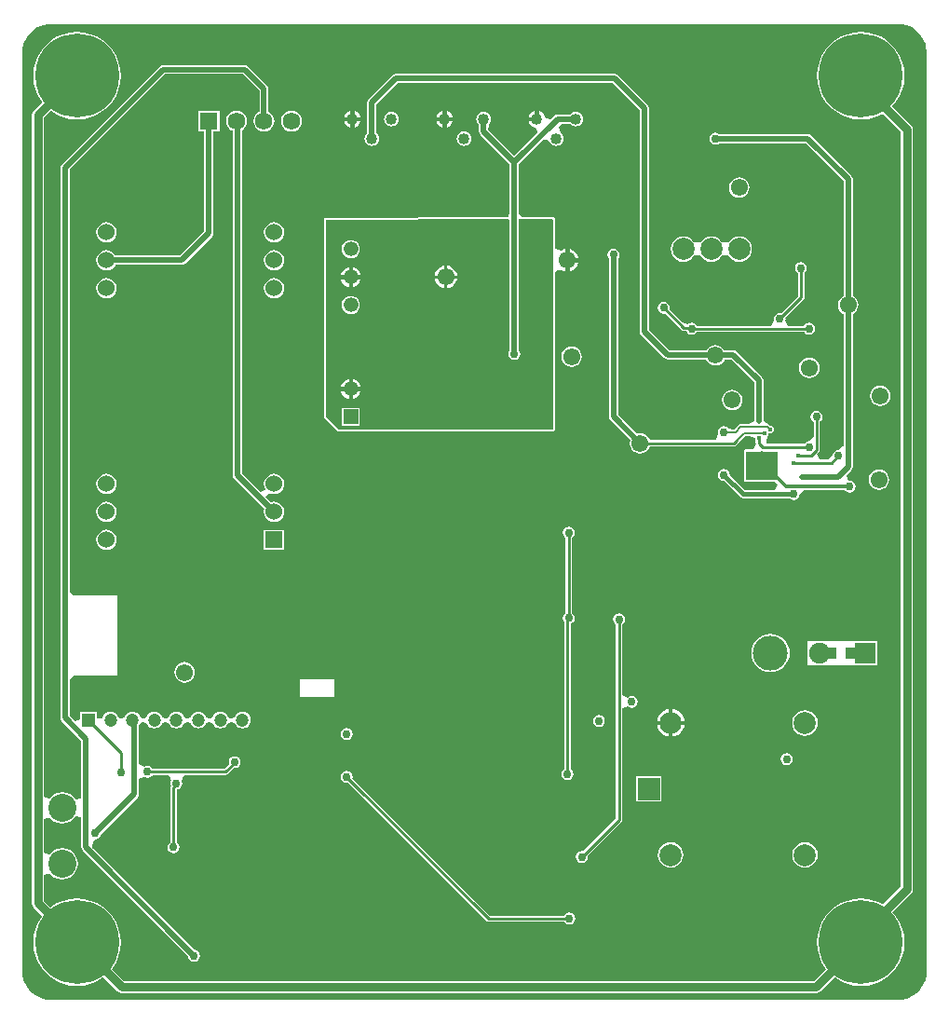
<source format=gbl>
G04*
G04 #@! TF.GenerationSoftware,Altium Limited,Altium Designer,20.0.11 (256)*
G04*
G04 Layer_Physical_Order=2*
G04 Layer_Color=16711680*
%FSLAX25Y25*%
%MOIN*%
G70*
G01*
G75*
%ADD13C,0.01000*%
%ADD17C,0.00800*%
%ADD106C,0.04724*%
%ADD107R,0.04724X0.04724*%
%ADD110C,0.07874*%
%ADD111R,0.07874X0.07874*%
%ADD115C,0.02000*%
%ADD116C,0.01200*%
%ADD117C,0.01500*%
%ADD119C,0.03000*%
%ADD125C,0.05228*%
%ADD126R,0.05228X0.05228*%
%ADD127R,0.06260X0.06260*%
%ADD128C,0.06260*%
%ADD129C,0.10000*%
%ADD130R,0.07500X0.07500*%
%ADD131C,0.07500*%
%ADD132C,0.12500*%
%ADD133C,0.06000*%
%ADD134R,0.06000X0.06000*%
%ADD135C,0.04000*%
%ADD136C,0.30000*%
%ADD137C,0.06102*%
%ADD138C,0.03000*%
%ADD139C,0.01968*%
%ADD140C,0.01600*%
%ADD141R,0.02000X0.02000*%
%ADD142R,0.11458X0.10335*%
%ADD143R,0.03500X0.04100*%
%ADD144R,0.04300X0.04100*%
G36*
X313500Y349000D02*
X314485Y349000D01*
X316417Y348616D01*
X318237Y347862D01*
X319875Y346767D01*
X321268Y345375D01*
X322362Y343737D01*
X323116Y341917D01*
X323330Y340840D01*
X323500Y339000D01*
Y339000D01*
X323500D01*
X323500Y339000D01*
X323500Y10000D01*
Y9015D01*
X323116Y7083D01*
X322362Y5263D01*
X321268Y3625D01*
X319875Y2232D01*
X318237Y1138D01*
X316417Y384D01*
X314485Y0D01*
X313500D01*
Y0D01*
X10000D01*
X9015Y-0D01*
X7083Y384D01*
X5263Y1138D01*
X3625Y2232D01*
X2232Y3625D01*
X1138Y5263D01*
X384Y7083D01*
X-0Y9015D01*
X0Y10000D01*
Y339000D01*
X-0Y339985D01*
X384Y341917D01*
X1138Y343737D01*
X2232Y345375D01*
X3625Y346767D01*
X5263Y347862D01*
X7083Y348616D01*
X9015Y349000D01*
X10000Y349000D01*
X10000Y349000D01*
X313500Y349000D01*
D02*
G37*
%LPC*%
G36*
X183250Y317927D02*
X183217Y317923D01*
X182487Y317620D01*
X181860Y317140D01*
X181379Y316513D01*
X181077Y315783D01*
X181073Y315750D01*
X183250D01*
Y317927D01*
D02*
G37*
G36*
X151750D02*
Y315750D01*
X153927D01*
X153923Y315783D01*
X153621Y316513D01*
X153140Y317140D01*
X152513Y317620D01*
X151783Y317923D01*
X151750Y317927D01*
D02*
G37*
G36*
X150250D02*
X150217Y317923D01*
X149487Y317620D01*
X148860Y317140D01*
X148380Y316513D01*
X148077Y315783D01*
X148073Y315750D01*
X150250D01*
Y317927D01*
D02*
G37*
G36*
X118750D02*
Y315750D01*
X120927D01*
X120923Y315783D01*
X120621Y316513D01*
X120140Y317140D01*
X119513Y317620D01*
X118783Y317923D01*
X118750Y317927D01*
D02*
G37*
G36*
X117250D02*
X117217Y317923D01*
X116487Y317620D01*
X115860Y317140D01*
X115380Y316513D01*
X115077Y315783D01*
X115073Y315750D01*
X117250D01*
Y317927D01*
D02*
G37*
G36*
X132000Y317622D02*
X131321Y317533D01*
X130689Y317271D01*
X130146Y316854D01*
X129729Y316311D01*
X129467Y315679D01*
X129378Y315000D01*
X129467Y314321D01*
X129729Y313689D01*
X130146Y313146D01*
X130689Y312729D01*
X131321Y312467D01*
X132000Y312378D01*
X132679Y312467D01*
X133311Y312729D01*
X133854Y313146D01*
X134271Y313689D01*
X134533Y314321D01*
X134622Y315000D01*
X134533Y315679D01*
X134271Y316311D01*
X133854Y316854D01*
X133311Y317271D01*
X132679Y317533D01*
X132000Y317622D01*
D02*
G37*
G36*
X153927Y314250D02*
X151750D01*
Y312073D01*
X151783Y312077D01*
X152513Y312380D01*
X153140Y312860D01*
X153621Y313487D01*
X153923Y314217D01*
X153927Y314250D01*
D02*
G37*
G36*
X150250D02*
X148073D01*
X148077Y314217D01*
X148380Y313487D01*
X148860Y312860D01*
X149487Y312380D01*
X150217Y312077D01*
X150250Y312073D01*
Y314250D01*
D02*
G37*
G36*
X120927D02*
X118750D01*
Y312073D01*
X118783Y312077D01*
X119513Y312380D01*
X120140Y312860D01*
X120621Y313487D01*
X120923Y314217D01*
X120927Y314250D01*
D02*
G37*
G36*
X117250D02*
X115073D01*
X115077Y314217D01*
X115380Y313487D01*
X115860Y312860D01*
X116487Y312380D01*
X117217Y312077D01*
X117250Y312073D01*
Y314250D01*
D02*
G37*
G36*
X96231Y318093D02*
X95257Y317964D01*
X94349Y317589D01*
X93570Y316991D01*
X92972Y316212D01*
X92597Y315304D01*
X92468Y314331D01*
X92597Y313357D01*
X92972Y312449D01*
X93570Y311670D01*
X94349Y311072D01*
X95257Y310697D01*
X96231Y310568D01*
X97204Y310697D01*
X98111Y311072D01*
X98891Y311670D01*
X99489Y312449D01*
X99864Y313357D01*
X99993Y314331D01*
X99864Y315304D01*
X99489Y316212D01*
X98891Y316991D01*
X98111Y317589D01*
X97204Y317964D01*
X96231Y318093D01*
D02*
G37*
G36*
X300000Y346148D02*
X297552Y345956D01*
X295164Y345382D01*
X292896Y344443D01*
X290802Y343160D01*
X288935Y341565D01*
X287340Y339698D01*
X286057Y337604D01*
X285118Y335336D01*
X284544Y332948D01*
X284352Y330500D01*
X284544Y328052D01*
X285118Y325664D01*
X286057Y323396D01*
X287340Y321302D01*
X288935Y319435D01*
X290802Y317840D01*
X292896Y316557D01*
X295164Y315618D01*
X297552Y315044D01*
X300000Y314852D01*
X302448Y315044D01*
X304836Y315618D01*
X307104Y316557D01*
X307869Y317026D01*
X314359Y310536D01*
Y40464D01*
X307869Y33974D01*
X307104Y34443D01*
X304836Y35382D01*
X302448Y35956D01*
X300000Y36148D01*
X297552Y35956D01*
X295164Y35382D01*
X292896Y34443D01*
X290802Y33160D01*
X288935Y31565D01*
X287340Y29698D01*
X286057Y27604D01*
X285118Y25336D01*
X284544Y22948D01*
X284352Y20500D01*
X284544Y18052D01*
X285118Y15664D01*
X286057Y13396D01*
X287340Y11302D01*
X287540Y11068D01*
X283113Y6641D01*
X36387D01*
X31960Y11068D01*
X32160Y11302D01*
X33443Y13396D01*
X34382Y15664D01*
X34956Y18052D01*
X35148Y20500D01*
X34956Y22948D01*
X34382Y25336D01*
X33443Y27604D01*
X32160Y29698D01*
X30565Y31565D01*
X28698Y33160D01*
X26604Y34443D01*
X24336Y35382D01*
X21948Y35956D01*
X19500Y36148D01*
X17052Y35956D01*
X14664Y35382D01*
X12396Y34443D01*
X10302Y33160D01*
X10068Y32960D01*
X7641Y35387D01*
Y44533D01*
X9641Y45212D01*
X10106Y44606D01*
X11276Y43708D01*
X12638Y43144D01*
X14100Y42952D01*
X15562Y43144D01*
X16924Y43708D01*
X18094Y44606D01*
X18992Y45776D01*
X19556Y47138D01*
X19748Y48600D01*
X19556Y50062D01*
X18992Y51424D01*
X18094Y52594D01*
X16924Y53492D01*
X15562Y54056D01*
X14100Y54248D01*
X12638Y54056D01*
X11276Y53492D01*
X10106Y52594D01*
X9641Y51988D01*
X7641Y52667D01*
Y64533D01*
X9641Y65212D01*
X10106Y64606D01*
X11276Y63708D01*
X12638Y63144D01*
X14100Y62952D01*
X15562Y63144D01*
X16924Y63708D01*
X18094Y64606D01*
X18969Y65746D01*
X19065Y65759D01*
X20969Y65323D01*
Y54500D01*
X21093Y53876D01*
X21447Y53347D01*
X59270Y15523D01*
X59392Y14910D01*
X59856Y14216D01*
X60551Y13752D01*
X61370Y13589D01*
X62190Y13752D01*
X62884Y14216D01*
X63348Y14910D01*
X63511Y15730D01*
X63348Y16549D01*
X62884Y17244D01*
X62190Y17708D01*
X61577Y17830D01*
X25074Y54333D01*
X25253Y56753D01*
X26028Y57359D01*
X26847Y57522D01*
X27542Y57986D01*
X28006Y58681D01*
X28128Y59293D01*
X41153Y72319D01*
X41507Y72848D01*
X41631Y73472D01*
Y78819D01*
X42145Y79198D01*
X43631Y79705D01*
X43905Y79522D01*
X44724Y79359D01*
X45544Y79522D01*
X46238Y79986D01*
X46501Y80378D01*
X52316D01*
X52580Y80052D01*
X53202Y78378D01*
X53069Y78179D01*
X52906Y77360D01*
X53069Y76540D01*
X53129Y76451D01*
X52964Y76203D01*
X52878Y75774D01*
X52878Y75774D01*
Y56272D01*
X52486Y56010D01*
X52022Y55315D01*
X51859Y54496D01*
X52022Y53677D01*
X52486Y52982D01*
X53181Y52518D01*
X54000Y52355D01*
X54819Y52518D01*
X55514Y52982D01*
X55978Y53677D01*
X56141Y54496D01*
X55978Y55315D01*
X55514Y56010D01*
X55122Y56272D01*
Y75234D01*
X55867Y75382D01*
X56561Y75846D01*
X57025Y76540D01*
X57188Y77360D01*
X57025Y78179D01*
X56892Y78378D01*
X57514Y80052D01*
X57778Y80378D01*
X72660D01*
X72660Y80378D01*
X73089Y80464D01*
X73453Y80707D01*
X75597Y82851D01*
X75910Y82789D01*
X76729Y82952D01*
X77424Y83416D01*
X77888Y84111D01*
X78051Y84930D01*
X77888Y85750D01*
X77424Y86444D01*
X76729Y86909D01*
X75910Y87072D01*
X75090Y86909D01*
X74396Y86444D01*
X73932Y85750D01*
X73769Y84930D01*
X73891Y84317D01*
X72195Y82622D01*
X46501D01*
X46238Y83014D01*
X45544Y83478D01*
X44724Y83641D01*
X43905Y83478D01*
X43631Y83295D01*
X42145Y83802D01*
X41631Y84181D01*
Y85000D01*
Y97930D01*
X42733Y99177D01*
X43236Y99283D01*
X44362Y99046D01*
X44586Y98506D01*
X45061Y97887D01*
X45679Y97413D01*
X46400Y97114D01*
X47173Y97012D01*
X47947Y97114D01*
X48667Y97413D01*
X49286Y97887D01*
X49761Y98506D01*
X49984Y99046D01*
X51110Y99283D01*
X52236Y99046D01*
X52460Y98506D01*
X52935Y97887D01*
X53553Y97413D01*
X54274Y97114D01*
X55047Y97012D01*
X55821Y97114D01*
X56541Y97413D01*
X57160Y97887D01*
X57635Y98506D01*
X57859Y99046D01*
X58984Y99283D01*
X60110Y99046D01*
X60334Y98506D01*
X60809Y97887D01*
X61427Y97413D01*
X62148Y97114D01*
X62921Y97012D01*
X63695Y97114D01*
X64415Y97413D01*
X65034Y97887D01*
X65509Y98506D01*
X65733Y99046D01*
X66858Y99283D01*
X67984Y99046D01*
X68208Y98506D01*
X68683Y97887D01*
X69301Y97413D01*
X70022Y97114D01*
X70795Y97012D01*
X71569Y97114D01*
X72289Y97413D01*
X72908Y97887D01*
X73383Y98506D01*
X73606Y99046D01*
X74732Y99283D01*
X75858Y99046D01*
X76082Y98506D01*
X76557Y97887D01*
X77175Y97413D01*
X77896Y97114D01*
X78669Y97012D01*
X79443Y97114D01*
X80163Y97413D01*
X80782Y97887D01*
X81257Y98506D01*
X81555Y99227D01*
X81657Y100000D01*
X81555Y100773D01*
X81257Y101494D01*
X80782Y102113D01*
X80163Y102587D01*
X79443Y102886D01*
X78669Y102988D01*
X77896Y102886D01*
X77175Y102587D01*
X76557Y102113D01*
X76082Y101494D01*
X75858Y100954D01*
X74732Y100717D01*
X73606Y100954D01*
X73383Y101494D01*
X72908Y102113D01*
X72289Y102587D01*
X71569Y102886D01*
X70795Y102988D01*
X70022Y102886D01*
X69301Y102587D01*
X68683Y102113D01*
X68208Y101494D01*
X67984Y100954D01*
X66858Y100717D01*
X65733Y100954D01*
X65509Y101494D01*
X65034Y102113D01*
X64415Y102587D01*
X63695Y102886D01*
X62921Y102988D01*
X62148Y102886D01*
X61427Y102587D01*
X60809Y102113D01*
X60334Y101494D01*
X60110Y100954D01*
X58984Y100717D01*
X57859Y100954D01*
X57635Y101494D01*
X57160Y102113D01*
X56541Y102587D01*
X55821Y102886D01*
X55047Y102988D01*
X54274Y102886D01*
X53553Y102587D01*
X52935Y102113D01*
X52460Y101494D01*
X52236Y100954D01*
X51110Y100717D01*
X49984Y100954D01*
X49761Y101494D01*
X49286Y102113D01*
X48667Y102587D01*
X47947Y102886D01*
X47173Y102988D01*
X46400Y102886D01*
X45679Y102587D01*
X45061Y102113D01*
X44586Y101494D01*
X44362Y100954D01*
X43236Y100717D01*
X42110Y100954D01*
X41887Y101494D01*
X41412Y102113D01*
X40793Y102587D01*
X40073Y102886D01*
X39299Y102988D01*
X38526Y102886D01*
X37805Y102587D01*
X37187Y102113D01*
X36712Y101494D01*
X36488Y100954D01*
X35362Y100717D01*
X34236Y100954D01*
X34013Y101494D01*
X33538Y102113D01*
X32919Y102587D01*
X32199Y102886D01*
X31425Y102988D01*
X30652Y102886D01*
X29931Y102587D01*
X29313Y102113D01*
X28838Y101494D01*
X28539Y100773D01*
X28513Y100577D01*
X26513Y100708D01*
Y102962D01*
X20589D01*
Y100330D01*
X18741Y99564D01*
X16831Y101474D01*
Y114607D01*
X18254Y116000D01*
X18831Y116000D01*
X34000D01*
Y144500D01*
X18831D01*
X18254Y144500D01*
X16831Y145893D01*
Y296924D01*
X51016Y331109D01*
X78824D01*
X84757Y325177D01*
Y317692D01*
X84507Y317589D01*
X83728Y316991D01*
X83130Y316212D01*
X82754Y315304D01*
X82626Y314331D01*
X82754Y313357D01*
X83130Y312449D01*
X83728Y311670D01*
X84507Y311072D01*
X85414Y310697D01*
X86388Y310568D01*
X87362Y310697D01*
X88269Y311072D01*
X89048Y311670D01*
X89646Y312449D01*
X90022Y313357D01*
X90150Y314331D01*
X90022Y315304D01*
X89646Y316212D01*
X89048Y316991D01*
X88269Y317589D01*
X88019Y317692D01*
Y325852D01*
X87895Y326477D01*
X87542Y327006D01*
X80654Y333894D01*
X80124Y334247D01*
X79500Y334371D01*
X50340D01*
X49716Y334247D01*
X49187Y333894D01*
X14047Y298753D01*
X13693Y298224D01*
X13569Y297600D01*
Y100798D01*
X13693Y100174D01*
X14047Y99645D01*
X20969Y92723D01*
Y71877D01*
X19065Y71441D01*
X18969Y71454D01*
X18094Y72594D01*
X16924Y73492D01*
X15562Y74056D01*
X14100Y74248D01*
X12638Y74056D01*
X11276Y73492D01*
X10106Y72594D01*
X9641Y71988D01*
X7641Y72667D01*
Y315613D01*
X10068Y318040D01*
X10302Y317840D01*
X12396Y316557D01*
X14664Y315618D01*
X17052Y315044D01*
X19500Y314852D01*
X21948Y315044D01*
X24336Y315618D01*
X26604Y316557D01*
X28698Y317840D01*
X30565Y319435D01*
X32160Y321302D01*
X33443Y323396D01*
X34382Y325664D01*
X34956Y328052D01*
X35148Y330500D01*
X34956Y332948D01*
X34382Y335336D01*
X33443Y337604D01*
X32160Y339698D01*
X30565Y341565D01*
X28698Y343160D01*
X26604Y344443D01*
X24336Y345382D01*
X21948Y345956D01*
X19500Y346148D01*
X17052Y345956D01*
X14664Y345382D01*
X12396Y344443D01*
X10302Y343160D01*
X8435Y341565D01*
X6840Y339698D01*
X5557Y337604D01*
X4618Y335336D01*
X4044Y332948D01*
X3852Y330500D01*
X4044Y328052D01*
X4618Y325664D01*
X5557Y323396D01*
X6840Y321302D01*
X7040Y321068D01*
X3986Y318014D01*
X3522Y317319D01*
X3359Y316500D01*
Y34500D01*
X3522Y33681D01*
X3986Y32986D01*
X7040Y29932D01*
X6840Y29698D01*
X5557Y27604D01*
X4618Y25336D01*
X4044Y22948D01*
X3852Y20500D01*
X4044Y18052D01*
X4618Y15664D01*
X5557Y13396D01*
X6840Y11302D01*
X8435Y9435D01*
X10302Y7840D01*
X12396Y6557D01*
X14664Y5618D01*
X17052Y5044D01*
X19500Y4852D01*
X21948Y5044D01*
X24336Y5618D01*
X26604Y6557D01*
X28698Y7840D01*
X28932Y8040D01*
X33986Y2986D01*
X34681Y2522D01*
X35500Y2359D01*
X284000D01*
X284819Y2522D01*
X285514Y2986D01*
X290568Y8040D01*
X290802Y7840D01*
X292896Y6557D01*
X295164Y5618D01*
X297552Y5044D01*
X300000Y4852D01*
X302448Y5044D01*
X304836Y5618D01*
X307104Y6557D01*
X309198Y7840D01*
X311065Y9435D01*
X312660Y11302D01*
X313943Y13396D01*
X314882Y15664D01*
X315456Y18052D01*
X315648Y20500D01*
X315456Y22948D01*
X314882Y25336D01*
X313943Y27604D01*
X312660Y29698D01*
X311273Y31322D01*
X318014Y38063D01*
X318478Y38758D01*
X318641Y39577D01*
Y311423D01*
X318478Y312242D01*
X318014Y312937D01*
X311273Y319678D01*
X312660Y321302D01*
X313943Y323396D01*
X314882Y325664D01*
X315456Y328052D01*
X315648Y330500D01*
X315456Y332948D01*
X314882Y335336D01*
X313943Y337604D01*
X312660Y339698D01*
X311065Y341565D01*
X309198Y343160D01*
X307104Y344443D01*
X304836Y345382D01*
X302448Y345956D01*
X300000Y346148D01*
D02*
G37*
G36*
X158000Y310622D02*
X157321Y310533D01*
X156689Y310271D01*
X156146Y309854D01*
X155729Y309311D01*
X155467Y308679D01*
X155378Y308000D01*
X155467Y307321D01*
X155729Y306689D01*
X156146Y306146D01*
X156689Y305729D01*
X157321Y305467D01*
X158000Y305378D01*
X158679Y305467D01*
X159311Y305729D01*
X159854Y306146D01*
X160271Y306689D01*
X160533Y307321D01*
X160622Y308000D01*
X160533Y308679D01*
X160271Y309311D01*
X159854Y309854D01*
X159311Y310271D01*
X158679Y310533D01*
X158000Y310622D01*
D02*
G37*
G36*
X184750Y317927D02*
Y315000D01*
X184000D01*
Y314250D01*
X181073D01*
X181077Y314217D01*
X181379Y313487D01*
X181860Y312860D01*
X182487Y312380D01*
X183217Y312077D01*
X183415Y312051D01*
X184143Y310570D01*
X184200Y310008D01*
X176000Y301807D01*
X166721Y311086D01*
X166802Y313105D01*
X166854Y313146D01*
X167271Y313689D01*
X167533Y314321D01*
X167622Y315000D01*
X167533Y315679D01*
X167271Y316311D01*
X166854Y316854D01*
X166311Y317271D01*
X165679Y317533D01*
X165000Y317622D01*
X164321Y317533D01*
X163689Y317271D01*
X163146Y316854D01*
X162729Y316311D01*
X162467Y315679D01*
X162378Y315000D01*
X162467Y314321D01*
X162729Y313689D01*
X163146Y313146D01*
X163369Y312975D01*
Y310500D01*
X163493Y309876D01*
X163847Y309346D01*
X174369Y298824D01*
Y281846D01*
X174011Y279996D01*
X108497Y279649D01*
X108269Y279554D01*
X108041Y279459D01*
X108040Y279457D01*
X108038Y279457D01*
X107945Y279229D01*
X107851Y279000D01*
Y208500D01*
X108041Y208041D01*
X112541Y203541D01*
X113000Y203351D01*
X188918Y203350D01*
X190000Y203350D01*
X190000Y203351D01*
X190459Y203541D01*
X190649Y204000D01*
X190649Y204000D01*
X190649Y205082D01*
X190649Y260321D01*
X190897Y260539D01*
X192649Y261197D01*
X192957Y260961D01*
X193942Y260553D01*
X194250Y260513D01*
Y264500D01*
Y268487D01*
X193942Y268447D01*
X192957Y268039D01*
X192649Y267803D01*
X190897Y268461D01*
X190649Y268679D01*
X190649Y278470D01*
X190649Y279077D01*
X190649Y279077D01*
X190649Y279078D01*
X190649Y279078D01*
X190649Y279079D01*
X190555Y279306D01*
X190554Y279306D01*
X190459Y279536D01*
X190458Y279537D01*
X190458Y279537D01*
X190458Y279537D01*
X190104Y279890D01*
X190103Y279890D01*
X190103Y279890D01*
X190102Y279891D01*
X189873Y279984D01*
X189873Y279985D01*
X189644Y280079D01*
X189644Y280079D01*
X189643Y280078D01*
X189642Y280079D01*
X189642Y280079D01*
X189063Y280076D01*
X189063Y280076D01*
X189033Y280076D01*
X179049Y280023D01*
X177631Y281433D01*
Y298824D01*
X186412Y307605D01*
X187453Y307461D01*
X188610Y306975D01*
X188729Y306689D01*
X189146Y306146D01*
X189689Y305729D01*
X190321Y305467D01*
X191000Y305378D01*
X191679Y305467D01*
X192311Y305729D01*
X192854Y306146D01*
X193271Y306689D01*
X193533Y307321D01*
X193622Y308000D01*
X193533Y308679D01*
X193271Y309311D01*
X192854Y309854D01*
X192557Y310083D01*
X192073Y312248D01*
X193079Y313369D01*
X195975D01*
X196146Y313146D01*
X196689Y312729D01*
X197321Y312467D01*
X198000Y312378D01*
X198679Y312467D01*
X199311Y312729D01*
X199854Y313146D01*
X200271Y313689D01*
X200533Y314321D01*
X200622Y315000D01*
X200533Y315679D01*
X200271Y316311D01*
X199854Y316854D01*
X199311Y317271D01*
X198679Y317533D01*
X198000Y317622D01*
X197321Y317533D01*
X196689Y317271D01*
X196146Y316854D01*
X195975Y316631D01*
X191500D01*
X190876Y316507D01*
X190347Y316154D01*
X188993Y314800D01*
X188431Y314857D01*
X186949Y315584D01*
X186923Y315783D01*
X186620Y316513D01*
X186140Y317140D01*
X185513Y317620D01*
X184783Y317923D01*
X184750Y317927D01*
D02*
G37*
G36*
X256500Y294183D02*
X255547Y294057D01*
X254659Y293689D01*
X253896Y293104D01*
X253311Y292341D01*
X252943Y291453D01*
X252817Y290500D01*
X252943Y289547D01*
X253311Y288659D01*
X253896Y287896D01*
X254659Y287311D01*
X255547Y286943D01*
X256500Y286817D01*
X257453Y286943D01*
X258341Y287311D01*
X259104Y287896D01*
X259689Y288659D01*
X260057Y289547D01*
X260183Y290500D01*
X260057Y291453D01*
X259689Y292341D01*
X259104Y293104D01*
X258341Y293689D01*
X257453Y294057D01*
X256500Y294183D01*
D02*
G37*
G36*
X90000Y278131D02*
X89060Y278007D01*
X88184Y277645D01*
X87432Y277067D01*
X86855Y276315D01*
X86493Y275440D01*
X86369Y274500D01*
X86493Y273560D01*
X86855Y272685D01*
X87432Y271933D01*
X88184Y271355D01*
X89060Y270993D01*
X90000Y270869D01*
X90940Y270993D01*
X91816Y271355D01*
X92568Y271933D01*
X93145Y272685D01*
X93507Y273560D01*
X93631Y274500D01*
X93507Y275440D01*
X93145Y276315D01*
X92568Y277067D01*
X91816Y277645D01*
X90940Y278007D01*
X90000Y278131D01*
D02*
G37*
G36*
X30000D02*
X29060Y278007D01*
X28185Y277645D01*
X27433Y277067D01*
X26855Y276315D01*
X26493Y275440D01*
X26369Y274500D01*
X26493Y273560D01*
X26855Y272685D01*
X27433Y271933D01*
X28185Y271355D01*
X29060Y270993D01*
X30000Y270869D01*
X30940Y270993D01*
X31815Y271355D01*
X32568Y271933D01*
X33145Y272685D01*
X33507Y273560D01*
X33631Y274500D01*
X33507Y275440D01*
X33145Y276315D01*
X32568Y277067D01*
X31815Y277645D01*
X30940Y278007D01*
X30000Y278131D01*
D02*
G37*
G36*
X256500Y273076D02*
X255316Y272920D01*
X254212Y272463D01*
X253264Y271736D01*
X252596Y270865D01*
X252095Y270788D01*
X250905D01*
X250404Y270865D01*
X249736Y271736D01*
X248788Y272463D01*
X247684Y272920D01*
X246500Y273076D01*
X245316Y272920D01*
X244212Y272463D01*
X243264Y271736D01*
X242596Y270865D01*
X242095Y270788D01*
X240905D01*
X240404Y270865D01*
X239736Y271736D01*
X238788Y272463D01*
X237684Y272920D01*
X236500Y273076D01*
X235316Y272920D01*
X234212Y272463D01*
X233264Y271736D01*
X232537Y270788D01*
X232080Y269684D01*
X231924Y268500D01*
X232080Y267316D01*
X232537Y266212D01*
X233264Y265264D01*
X234212Y264537D01*
X235316Y264080D01*
X236500Y263924D01*
X237684Y264080D01*
X238788Y264537D01*
X239736Y265264D01*
X240404Y266135D01*
X240905Y266212D01*
X242095D01*
X242596Y266135D01*
X243264Y265264D01*
X244212Y264537D01*
X245316Y264080D01*
X246500Y263924D01*
X247684Y264080D01*
X248788Y264537D01*
X249736Y265264D01*
X250404Y266135D01*
X250905Y266212D01*
X252095D01*
X252596Y266135D01*
X253264Y265264D01*
X254212Y264537D01*
X255316Y264080D01*
X256500Y263924D01*
X257684Y264080D01*
X258788Y264537D01*
X259736Y265264D01*
X260463Y266212D01*
X260920Y267316D01*
X261076Y268500D01*
X260920Y269684D01*
X260463Y270788D01*
X259736Y271736D01*
X258788Y272463D01*
X257684Y272920D01*
X256500Y273076D01*
D02*
G37*
G36*
X70433Y318060D02*
X62973D01*
Y310601D01*
X65069D01*
Y274876D01*
X56324Y266131D01*
X33221D01*
X33145Y266316D01*
X32568Y267068D01*
X31815Y267645D01*
X30940Y268007D01*
X30000Y268131D01*
X29060Y268007D01*
X28185Y267645D01*
X27433Y267068D01*
X26855Y266316D01*
X26493Y265440D01*
X26369Y264500D01*
X26493Y263560D01*
X26855Y262684D01*
X27433Y261932D01*
X28185Y261355D01*
X29060Y260993D01*
X30000Y260869D01*
X30940Y260993D01*
X31815Y261355D01*
X32568Y261932D01*
X33145Y262684D01*
X33221Y262869D01*
X57000D01*
X57624Y262993D01*
X58153Y263347D01*
X67853Y273046D01*
X68207Y273576D01*
X68331Y274200D01*
Y310601D01*
X70433D01*
Y318060D01*
D02*
G37*
G36*
X195750Y268487D02*
Y265250D01*
X198987D01*
X198947Y265558D01*
X198539Y266543D01*
X197889Y267389D01*
X197043Y268039D01*
X196058Y268447D01*
X195750Y268487D01*
D02*
G37*
G36*
X90000Y268131D02*
X89060Y268007D01*
X88184Y267645D01*
X87432Y267068D01*
X86855Y266316D01*
X86493Y265440D01*
X86369Y264500D01*
X86493Y263560D01*
X86855Y262684D01*
X87432Y261932D01*
X88184Y261355D01*
X89060Y260993D01*
X90000Y260869D01*
X90940Y260993D01*
X91816Y261355D01*
X92568Y261932D01*
X93145Y262684D01*
X93507Y263560D01*
X93631Y264500D01*
X93507Y265440D01*
X93145Y266316D01*
X92568Y267068D01*
X91816Y267645D01*
X90940Y268007D01*
X90000Y268131D01*
D02*
G37*
G36*
X198987Y263750D02*
X195750D01*
Y260513D01*
X196058Y260553D01*
X197043Y260961D01*
X197889Y261611D01*
X198539Y262457D01*
X198947Y263442D01*
X198987Y263750D01*
D02*
G37*
G36*
X90000Y258131D02*
X89060Y258007D01*
X88184Y257645D01*
X87432Y257067D01*
X86855Y256315D01*
X86493Y255440D01*
X86369Y254500D01*
X86493Y253560D01*
X86855Y252684D01*
X87432Y251933D01*
X88184Y251355D01*
X89060Y250993D01*
X90000Y250869D01*
X90940Y250993D01*
X91816Y251355D01*
X92568Y251933D01*
X93145Y252684D01*
X93507Y253560D01*
X93631Y254500D01*
X93507Y255440D01*
X93145Y256315D01*
X92568Y257067D01*
X91816Y257645D01*
X90940Y258007D01*
X90000Y258131D01*
D02*
G37*
G36*
X30000D02*
X29060Y258007D01*
X28185Y257645D01*
X27433Y257067D01*
X26855Y256315D01*
X26493Y255440D01*
X26369Y254500D01*
X26493Y253560D01*
X26855Y252684D01*
X27433Y251933D01*
X28185Y251355D01*
X29060Y250993D01*
X30000Y250869D01*
X30940Y250993D01*
X31815Y251355D01*
X32568Y251933D01*
X33145Y252684D01*
X33507Y253560D01*
X33631Y254500D01*
X33507Y255440D01*
X33145Y256315D01*
X32568Y257067D01*
X31815Y257645D01*
X30940Y258007D01*
X30000Y258131D01*
D02*
G37*
G36*
X278557Y263908D02*
X277737Y263745D01*
X277043Y263281D01*
X276578Y262586D01*
X276415Y261766D01*
X276578Y260947D01*
X277043Y260252D01*
X277619Y259868D01*
Y251705D01*
X271463Y245549D01*
X271000Y245641D01*
X270181Y245478D01*
X269486Y245014D01*
X269022Y244319D01*
X268859Y243500D01*
X268954Y243022D01*
X268278Y241729D01*
X267725Y241021D01*
X241343D01*
X241014Y241514D01*
X240319Y241978D01*
X239500Y242141D01*
X238681Y241978D01*
X237986Y241514D01*
X236259Y242327D01*
X231549Y247037D01*
X231641Y247500D01*
X231478Y248319D01*
X231014Y249014D01*
X230319Y249478D01*
X229500Y249641D01*
X228681Y249478D01*
X227986Y249014D01*
X227522Y248319D01*
X227359Y247500D01*
X227522Y246681D01*
X227986Y245986D01*
X228681Y245522D01*
X229500Y245359D01*
X229963Y245451D01*
X235824Y239590D01*
X235824Y239590D01*
X236188Y239347D01*
X236617Y239261D01*
X237506D01*
X237522Y239181D01*
X237986Y238486D01*
X238681Y238022D01*
X239500Y237859D01*
X240319Y238022D01*
X241014Y238486D01*
X241209Y238778D01*
X279791D01*
X279986Y238486D01*
X280681Y238022D01*
X281500Y237859D01*
X282319Y238022D01*
X283014Y238486D01*
X283478Y239181D01*
X283641Y240000D01*
X283478Y240819D01*
X283014Y241514D01*
X282319Y241978D01*
X281500Y242141D01*
X280681Y241978D01*
X279986Y241514D01*
X279657Y241021D01*
X274275D01*
X273722Y241729D01*
X273046Y243022D01*
X273141Y243500D01*
X273049Y243963D01*
X279533Y250447D01*
X279776Y250811D01*
X279862Y251240D01*
X279862Y251240D01*
Y260113D01*
X280071Y260252D01*
X280535Y260947D01*
X280698Y261766D01*
X280535Y262586D01*
X280071Y263281D01*
X279376Y263745D01*
X278557Y263908D01*
D02*
G37*
G36*
X196500Y233683D02*
X195547Y233557D01*
X194659Y233189D01*
X193896Y232604D01*
X193311Y231841D01*
X192943Y230953D01*
X192817Y230000D01*
X192943Y229047D01*
X193311Y228159D01*
X193896Y227396D01*
X194659Y226811D01*
X195547Y226443D01*
X196500Y226317D01*
X197453Y226443D01*
X198341Y226811D01*
X199104Y227396D01*
X199689Y228159D01*
X200057Y229047D01*
X200183Y230000D01*
X200057Y230953D01*
X199689Y231841D01*
X199104Y232604D01*
X198341Y233189D01*
X197453Y233557D01*
X196500Y233683D01*
D02*
G37*
G36*
X281577Y229683D02*
X280624Y229557D01*
X279735Y229189D01*
X278973Y228604D01*
X278387Y227841D01*
X278020Y226953D01*
X277894Y226000D01*
X278020Y225047D01*
X278387Y224159D01*
X278973Y223396D01*
X279735Y222811D01*
X280624Y222443D01*
X281577Y222317D01*
X282530Y222443D01*
X283418Y222811D01*
X284181Y223396D01*
X284766Y224159D01*
X285134Y225047D01*
X285260Y226000D01*
X285134Y226953D01*
X284766Y227841D01*
X284181Y228604D01*
X283418Y229189D01*
X282530Y229557D01*
X281577Y229683D01*
D02*
G37*
G36*
X307000Y219683D02*
X306047Y219557D01*
X305159Y219189D01*
X304396Y218604D01*
X303811Y217841D01*
X303443Y216953D01*
X303317Y216000D01*
X303443Y215047D01*
X303811Y214159D01*
X304396Y213396D01*
X305159Y212811D01*
X306047Y212443D01*
X307000Y212317D01*
X307953Y212443D01*
X308841Y212811D01*
X309604Y213396D01*
X310189Y214159D01*
X310557Y215047D01*
X310683Y216000D01*
X310557Y216953D01*
X310189Y217841D01*
X309604Y218604D01*
X308841Y219189D01*
X307953Y219557D01*
X307000Y219683D01*
D02*
G37*
G36*
X254000Y218183D02*
X253047Y218057D01*
X252159Y217689D01*
X251396Y217104D01*
X250811Y216341D01*
X250443Y215453D01*
X250317Y214500D01*
X250443Y213547D01*
X250811Y212659D01*
X251396Y211896D01*
X252159Y211311D01*
X253047Y210943D01*
X254000Y210817D01*
X254953Y210943D01*
X255841Y211311D01*
X256604Y211896D01*
X257189Y212659D01*
X257557Y213547D01*
X257683Y214500D01*
X257557Y215453D01*
X257189Y216341D01*
X256604Y217104D01*
X255841Y217689D01*
X254953Y218057D01*
X254000Y218183D01*
D02*
G37*
G36*
X133500Y331131D02*
X132876Y331007D01*
X132346Y330654D01*
X123846Y322153D01*
X123493Y321624D01*
X123369Y321000D01*
Y310026D01*
X123146Y309854D01*
X122729Y309311D01*
X122467Y308679D01*
X122378Y308000D01*
X122467Y307321D01*
X122729Y306689D01*
X123146Y306146D01*
X123689Y305729D01*
X124321Y305467D01*
X125000Y305378D01*
X125679Y305467D01*
X126311Y305729D01*
X126854Y306146D01*
X127271Y306689D01*
X127533Y307321D01*
X127622Y308000D01*
X127533Y308679D01*
X127271Y309311D01*
X126854Y309854D01*
X126631Y310026D01*
Y320324D01*
X134176Y327869D01*
X211324D01*
X220869Y318324D01*
Y282500D01*
Y239000D01*
X220993Y238376D01*
X221346Y237846D01*
X229614Y229578D01*
X230144Y229225D01*
X230768Y229101D01*
X244585D01*
X244768Y228659D01*
X245353Y227896D01*
X246116Y227311D01*
X247004Y226943D01*
X247957Y226817D01*
X248910Y226943D01*
X249798Y227311D01*
X250561Y227896D01*
X251146Y228659D01*
X251329Y229101D01*
X253592D01*
X261884Y220809D01*
Y206944D01*
X260051Y205923D01*
X257020D01*
X256629Y205846D01*
X256299Y205625D01*
X254723Y204048D01*
X252751Y204159D01*
X252514Y204514D01*
X251819Y204978D01*
X251000Y205141D01*
X250181Y204978D01*
X249486Y204514D01*
X249022Y203819D01*
X248859Y203000D01*
X249022Y202181D01*
X249061Y202122D01*
X248224Y200172D01*
X248175Y200122D01*
X224487D01*
X224189Y200841D01*
X223604Y201604D01*
X222841Y202189D01*
X221953Y202557D01*
X221000Y202683D01*
X220047Y202557D01*
X219837Y202470D01*
X213131Y209176D01*
Y265162D01*
X213478Y265681D01*
X213641Y266500D01*
X213478Y267319D01*
X213014Y268014D01*
X212319Y268478D01*
X211500Y268641D01*
X210681Y268478D01*
X209986Y268014D01*
X209522Y267319D01*
X209359Y266500D01*
X209522Y265681D01*
X209869Y265162D01*
Y208500D01*
X209993Y207876D01*
X210347Y207347D01*
X217530Y200163D01*
X217443Y199953D01*
X217317Y199000D01*
X217443Y198047D01*
X217811Y197159D01*
X218396Y196396D01*
X219159Y195811D01*
X220047Y195443D01*
X221000Y195317D01*
X221953Y195443D01*
X222841Y195811D01*
X223604Y196396D01*
X224189Y197159D01*
X224487Y197878D01*
X254500D01*
X254500Y197878D01*
X254929Y197964D01*
X255293Y198207D01*
X256293Y199207D01*
X256536Y199571D01*
X256542Y199600D01*
X258546Y201604D01*
X260204D01*
X262088Y200824D01*
X262197Y200277D01*
X262394Y199982D01*
Y199000D01*
X262394Y199000D01*
X262421Y198866D01*
X261930Y197700D01*
X261581Y197148D01*
X261278Y196866D01*
X258751D01*
X258292Y196676D01*
X258101Y196217D01*
Y185882D01*
X258292Y185423D01*
X258751Y185232D01*
X269402D01*
X270274Y184117D01*
X269407Y182176D01*
X258424D01*
X253109Y187491D01*
X253141Y187654D01*
X252978Y188473D01*
X252514Y189168D01*
X251819Y189632D01*
X251000Y189795D01*
X250181Y189632D01*
X249486Y189168D01*
X249022Y188473D01*
X248859Y187654D01*
X249022Y186834D01*
X249486Y186140D01*
X250181Y185675D01*
X251000Y185512D01*
X251162Y185545D01*
X256880Y179827D01*
X257327Y179528D01*
X257854Y179424D01*
X274394D01*
X274486Y179286D01*
X275181Y178822D01*
X276000Y178659D01*
X276819Y178822D01*
X277514Y179286D01*
X277978Y179981D01*
X278141Y180800D01*
X279761Y182276D01*
X294233D01*
X294427Y181986D01*
X295122Y181522D01*
X295941Y181359D01*
X296760Y181522D01*
X297455Y181986D01*
X297919Y182681D01*
X298082Y183500D01*
X297919Y184319D01*
X297455Y185014D01*
X296760Y185478D01*
X295941Y185641D01*
X295736Y185600D01*
X294751Y187444D01*
X296654Y189347D01*
X297007Y189876D01*
X297131Y190500D01*
Y230500D01*
Y245224D01*
X297341Y245311D01*
X298104Y245896D01*
X298689Y246659D01*
X299057Y247547D01*
X299183Y248500D01*
X299057Y249453D01*
X298689Y250341D01*
X298104Y251104D01*
X297341Y251689D01*
X297131Y251776D01*
Y293500D01*
X297007Y294124D01*
X296654Y294654D01*
X282154Y309154D01*
X281624Y309507D01*
X281000Y309631D01*
X249338D01*
X248819Y309978D01*
X248000Y310141D01*
X247181Y309978D01*
X246486Y309514D01*
X246022Y308819D01*
X245859Y308000D01*
X246022Y307181D01*
X246486Y306486D01*
X247181Y306022D01*
X248000Y305859D01*
X248819Y306022D01*
X249338Y306369D01*
X280324D01*
X293869Y292824D01*
Y251776D01*
X293659Y251689D01*
X292896Y251104D01*
X292311Y250341D01*
X291943Y249453D01*
X291817Y248500D01*
X291943Y247547D01*
X292311Y246659D01*
X292896Y245896D01*
X293659Y245311D01*
X293869Y245224D01*
Y230500D01*
Y198153D01*
X293691Y197871D01*
X292000Y196641D01*
X291181Y196478D01*
X290486Y196014D01*
X290022Y195319D01*
X289859Y194500D01*
X288340Y193122D01*
X285117D01*
X284288Y195122D01*
X285047Y195880D01*
X285047Y195880D01*
X285290Y196244D01*
X285375Y196673D01*
X285375Y196673D01*
Y206775D01*
X285691Y206986D01*
X286155Y207681D01*
X286318Y208500D01*
X286155Y209319D01*
X285691Y210014D01*
X284996Y210478D01*
X284177Y210641D01*
X283357Y210478D01*
X282663Y210014D01*
X282199Y209319D01*
X282036Y208500D01*
X282199Y207681D01*
X282663Y206986D01*
X283132Y206672D01*
Y201510D01*
X281653Y199891D01*
X280834Y199728D01*
X280139Y199264D01*
X279877Y198872D01*
X266572D01*
X266212Y199341D01*
X266463Y201448D01*
X266509Y201479D01*
X266819Y201942D01*
X266927Y202488D01*
X266927Y202488D01*
X267500Y202573D01*
X268046Y202681D01*
X268509Y202991D01*
X268819Y203454D01*
X268927Y204000D01*
X268819Y204546D01*
X268509Y205009D01*
X268046Y205319D01*
X267518Y205424D01*
X267317Y205625D01*
X266987Y205846D01*
X266935Y205856D01*
X265147Y206944D01*
Y221484D01*
X265023Y222109D01*
X264669Y222638D01*
X264660Y222644D01*
X264653Y222654D01*
X255421Y231886D01*
X254892Y232239D01*
X254268Y232363D01*
X251130D01*
X250561Y233104D01*
X249798Y233689D01*
X248910Y234057D01*
X247957Y234183D01*
X247004Y234057D01*
X246116Y233689D01*
X245353Y233104D01*
X244785Y232363D01*
X231444D01*
X224131Y239676D01*
Y282500D01*
Y319000D01*
X224007Y319624D01*
X223654Y320153D01*
X213154Y330654D01*
X212624Y331007D01*
X212000Y331131D01*
X133500D01*
X133500Y331131D01*
D02*
G37*
G36*
X306500Y189683D02*
X305547Y189557D01*
X304659Y189189D01*
X303896Y188604D01*
X303311Y187841D01*
X302943Y186953D01*
X302817Y186000D01*
X302943Y185047D01*
X303311Y184159D01*
X303896Y183396D01*
X304659Y182811D01*
X305547Y182443D01*
X306500Y182317D01*
X307453Y182443D01*
X308341Y182811D01*
X309104Y183396D01*
X309689Y184159D01*
X310057Y185047D01*
X310183Y186000D01*
X310057Y186953D01*
X309689Y187841D01*
X309104Y188604D01*
X308341Y189189D01*
X307453Y189557D01*
X306500Y189683D01*
D02*
G37*
G36*
X76545Y318093D02*
X75572Y317964D01*
X74664Y317589D01*
X73885Y316991D01*
X73287Y316212D01*
X72912Y315304D01*
X72783Y314331D01*
X72912Y313357D01*
X73287Y312449D01*
X73885Y311670D01*
X74664Y311072D01*
X75169Y310863D01*
X75169Y187700D01*
X75293Y187076D01*
X75647Y186547D01*
X86569Y175624D01*
X86493Y175440D01*
X86369Y174500D01*
X86493Y173560D01*
X86855Y172685D01*
X87432Y171932D01*
X88184Y171355D01*
X89060Y170993D01*
X90000Y170869D01*
X90940Y170993D01*
X91816Y171355D01*
X92568Y171932D01*
X93145Y172685D01*
X93507Y173560D01*
X93631Y174500D01*
X93507Y175440D01*
X93145Y176315D01*
X92568Y177068D01*
X91816Y177645D01*
X90940Y178007D01*
X90000Y178131D01*
X89060Y178007D01*
X88876Y177931D01*
X87064Y179743D01*
X88184Y181355D01*
X89060Y180993D01*
X90000Y180869D01*
X90940Y180993D01*
X91816Y181355D01*
X92568Y181932D01*
X93145Y182685D01*
X93507Y183560D01*
X93631Y184500D01*
X93507Y185440D01*
X93145Y186316D01*
X92568Y187068D01*
X91816Y187645D01*
X90940Y188007D01*
X90000Y188131D01*
X89060Y188007D01*
X88184Y187645D01*
X87432Y187068D01*
X86855Y186316D01*
X86493Y185440D01*
X86369Y184500D01*
X86493Y183560D01*
X86855Y182685D01*
X86502Y182439D01*
X85243Y181564D01*
X78431Y188376D01*
X78431Y311076D01*
X79206Y311670D01*
X79804Y312449D01*
X80179Y313357D01*
X80308Y314331D01*
X80179Y315304D01*
X79804Y316212D01*
X79206Y316991D01*
X78426Y317589D01*
X77519Y317964D01*
X76545Y318093D01*
D02*
G37*
G36*
X30000Y188131D02*
X29060Y188007D01*
X28185Y187645D01*
X27433Y187068D01*
X26855Y186316D01*
X26493Y185440D01*
X26369Y184500D01*
X26493Y183560D01*
X26855Y182685D01*
X27433Y181932D01*
X28185Y181355D01*
X29060Y180993D01*
X30000Y180869D01*
X30940Y180993D01*
X31815Y181355D01*
X32568Y181932D01*
X33145Y182685D01*
X33507Y183560D01*
X33631Y184500D01*
X33507Y185440D01*
X33145Y186316D01*
X32568Y187068D01*
X31815Y187645D01*
X30940Y188007D01*
X30000Y188131D01*
D02*
G37*
G36*
Y178131D02*
X29060Y178007D01*
X28185Y177645D01*
X27433Y177068D01*
X26855Y176315D01*
X26493Y175440D01*
X26369Y174500D01*
X26493Y173560D01*
X26855Y172685D01*
X27433Y171932D01*
X28185Y171355D01*
X29060Y170993D01*
X30000Y170869D01*
X30940Y170993D01*
X31815Y171355D01*
X32568Y171932D01*
X33145Y172685D01*
X33507Y173560D01*
X33631Y174500D01*
X33507Y175440D01*
X33145Y176315D01*
X32568Y177068D01*
X31815Y177645D01*
X30940Y178007D01*
X30000Y178131D01*
D02*
G37*
G36*
X93600Y168100D02*
X86400D01*
Y160900D01*
X93600D01*
Y168100D01*
D02*
G37*
G36*
X30000Y168131D02*
X29060Y168007D01*
X28185Y167645D01*
X27433Y167068D01*
X26855Y166315D01*
X26493Y165440D01*
X26369Y164500D01*
X26493Y163560D01*
X26855Y162685D01*
X27433Y161932D01*
X28185Y161355D01*
X29060Y160993D01*
X30000Y160869D01*
X30940Y160993D01*
X31815Y161355D01*
X32568Y161932D01*
X33145Y162685D01*
X33507Y163560D01*
X33631Y164500D01*
X33507Y165440D01*
X33145Y166315D01*
X32568Y167068D01*
X31815Y167645D01*
X30940Y168007D01*
X30000Y168131D01*
D02*
G37*
G36*
X305500Y128387D02*
X280776D01*
Y119613D01*
X305500D01*
Y119650D01*
X305813D01*
Y128350D01*
X305500D01*
Y128387D01*
D02*
G37*
G36*
X267663Y130883D02*
X266320Y130751D01*
X265029Y130359D01*
X263839Y129723D01*
X262796Y128867D01*
X261940Y127824D01*
X261304Y126634D01*
X260912Y125343D01*
X260780Y124000D01*
X260912Y122657D01*
X261304Y121366D01*
X261940Y120176D01*
X262796Y119133D01*
X263839Y118277D01*
X265029Y117641D01*
X266320Y117249D01*
X267663Y117117D01*
X269006Y117249D01*
X270297Y117641D01*
X271487Y118277D01*
X272530Y119133D01*
X273386Y120176D01*
X274022Y121366D01*
X274414Y122657D01*
X274546Y124000D01*
X274414Y125343D01*
X274022Y126634D01*
X273386Y127824D01*
X272530Y128867D01*
X271487Y129723D01*
X270297Y130359D01*
X269006Y130751D01*
X267663Y130883D01*
D02*
G37*
G36*
X58000Y120783D02*
X57047Y120657D01*
X56159Y120289D01*
X55396Y119704D01*
X54811Y118941D01*
X54443Y118053D01*
X54317Y117100D01*
X54443Y116147D01*
X54811Y115259D01*
X55396Y114496D01*
X56159Y113911D01*
X57047Y113543D01*
X58000Y113417D01*
X58953Y113543D01*
X59841Y113911D01*
X60604Y114496D01*
X61189Y115259D01*
X61557Y116147D01*
X61683Y117100D01*
X61557Y118053D01*
X61189Y118941D01*
X60604Y119704D01*
X59841Y120289D01*
X58953Y120657D01*
X58000Y120783D01*
D02*
G37*
G36*
X111449Y114724D02*
X99244D01*
Y108425D01*
X111449D01*
X111449Y108425D01*
Y114724D01*
D02*
G37*
G36*
X213500Y138108D02*
X212681Y137944D01*
X211986Y137480D01*
X211522Y136786D01*
X211359Y135966D01*
X211522Y135147D01*
X211986Y134452D01*
X212379Y134190D01*
Y64849D01*
X200651Y53121D01*
X200188Y53213D01*
X199369Y53050D01*
X198674Y52586D01*
X198210Y51891D01*
X198047Y51072D01*
X198210Y50253D01*
X198674Y49558D01*
X199369Y49094D01*
X200188Y48931D01*
X201007Y49094D01*
X201702Y49558D01*
X202166Y50253D01*
X202329Y51072D01*
X202237Y51535D01*
X214293Y63591D01*
X214293Y63591D01*
X214536Y63955D01*
X214622Y64384D01*
X214621Y64384D01*
Y104176D01*
X215916Y104738D01*
X216621Y104895D01*
X217181Y104522D01*
X218000Y104359D01*
X218819Y104522D01*
X219514Y104986D01*
X219978Y105681D01*
X220141Y106500D01*
X219978Y107319D01*
X219514Y108014D01*
X218819Y108478D01*
X218000Y108641D01*
X217181Y108478D01*
X216621Y108105D01*
X215916Y108262D01*
X214621Y108824D01*
Y134190D01*
X215014Y134452D01*
X215478Y135147D01*
X215641Y135966D01*
X215478Y136786D01*
X215014Y137480D01*
X214319Y137944D01*
X213500Y138108D01*
D02*
G37*
G36*
X232718Y103881D02*
Y99750D01*
X236849D01*
X236778Y100289D01*
X236281Y101490D01*
X235490Y102521D01*
X234458Y103313D01*
X233257Y103810D01*
X232718Y103881D01*
D02*
G37*
G36*
X231219D02*
X230680Y103810D01*
X229479Y103313D01*
X228447Y102521D01*
X227656Y101490D01*
X227159Y100289D01*
X227088Y99750D01*
X231219D01*
Y103881D01*
D02*
G37*
G36*
X206259Y101882D02*
X205439Y101719D01*
X204745Y101255D01*
X204281Y100561D01*
X204118Y99741D01*
X204281Y98922D01*
X204745Y98227D01*
X205439Y97763D01*
X206259Y97600D01*
X207078Y97763D01*
X207773Y98227D01*
X208237Y98922D01*
X208400Y99741D01*
X208237Y100561D01*
X207773Y101255D01*
X207078Y101719D01*
X206259Y101882D01*
D02*
G37*
G36*
X280000Y103576D02*
X278816Y103420D01*
X277712Y102963D01*
X276764Y102236D01*
X276037Y101288D01*
X275580Y100184D01*
X275424Y99000D01*
X275580Y97816D01*
X276037Y96712D01*
X276764Y95764D01*
X277712Y95037D01*
X278816Y94580D01*
X280000Y94424D01*
X281184Y94580D01*
X282288Y95037D01*
X283236Y95764D01*
X283963Y96712D01*
X284420Y97816D01*
X284576Y99000D01*
X284420Y100184D01*
X283963Y101288D01*
X283236Y102236D01*
X282288Y102963D01*
X281184Y103420D01*
X280000Y103576D01*
D02*
G37*
G36*
X236849Y98250D02*
X232718D01*
Y94119D01*
X233257Y94190D01*
X234458Y94687D01*
X235490Y95479D01*
X236281Y96510D01*
X236778Y97711D01*
X236849Y98250D01*
D02*
G37*
G36*
X231219D02*
X227088D01*
X227159Y97711D01*
X227656Y96510D01*
X228447Y95479D01*
X229479Y94687D01*
X230680Y94190D01*
X231219Y94119D01*
Y98250D01*
D02*
G37*
G36*
X116000Y97141D02*
X115181Y96978D01*
X114486Y96514D01*
X114022Y95819D01*
X113859Y95000D01*
X114022Y94181D01*
X114486Y93486D01*
X115181Y93022D01*
X116000Y92859D01*
X116819Y93022D01*
X117514Y93486D01*
X117978Y94181D01*
X118141Y95000D01*
X117978Y95819D01*
X117514Y96514D01*
X116819Y96978D01*
X116000Y97141D01*
D02*
G37*
G36*
X273500Y88141D02*
X272681Y87978D01*
X271986Y87514D01*
X271522Y86819D01*
X271359Y86000D01*
X271522Y85181D01*
X271986Y84486D01*
X272681Y84022D01*
X273500Y83859D01*
X274319Y84022D01*
X275014Y84486D01*
X275478Y85181D01*
X275641Y86000D01*
X275478Y86819D01*
X275014Y87514D01*
X274319Y87978D01*
X273500Y88141D01*
D02*
G37*
G36*
X195500Y169141D02*
X194681Y168978D01*
X193986Y168514D01*
X193522Y167819D01*
X193359Y167000D01*
X193522Y166181D01*
X193986Y165486D01*
X194378Y165224D01*
Y138276D01*
X193986Y138014D01*
X193522Y137319D01*
X193359Y136500D01*
X193522Y135681D01*
X193878Y135147D01*
Y82481D01*
X193486Y82218D01*
X193022Y81524D01*
X192859Y80704D01*
X193022Y79885D01*
X193486Y79190D01*
X194181Y78726D01*
X195000Y78563D01*
X195819Y78726D01*
X196514Y79190D01*
X196978Y79885D01*
X197141Y80704D01*
X196978Y81524D01*
X196514Y82218D01*
X196122Y82481D01*
Y134483D01*
X196319Y134522D01*
X197014Y134986D01*
X197478Y135681D01*
X197641Y136500D01*
X197478Y137319D01*
X197014Y138014D01*
X196622Y138276D01*
Y165224D01*
X197014Y165486D01*
X197478Y166181D01*
X197641Y167000D01*
X197478Y167819D01*
X197014Y168514D01*
X196319Y168978D01*
X195500Y169141D01*
D02*
G37*
G36*
X228631Y79915D02*
X219557D01*
Y70841D01*
X228631D01*
Y79915D01*
D02*
G37*
G36*
X280000Y56332D02*
X278816Y56176D01*
X277712Y55719D01*
X276764Y54992D01*
X276037Y54044D01*
X275580Y52940D01*
X275424Y51756D01*
X275580Y50572D01*
X276037Y49468D01*
X276764Y48520D01*
X277712Y47793D01*
X278816Y47336D01*
X280000Y47180D01*
X281184Y47336D01*
X282288Y47793D01*
X283236Y48520D01*
X283963Y49468D01*
X284420Y50572D01*
X284576Y51756D01*
X284420Y52940D01*
X283963Y54044D01*
X283236Y54992D01*
X282288Y55719D01*
X281184Y56176D01*
X280000Y56332D01*
D02*
G37*
G36*
X231968D02*
X230784Y56176D01*
X229680Y55719D01*
X228733Y54992D01*
X228005Y54044D01*
X227548Y52940D01*
X227392Y51756D01*
X227548Y50572D01*
X228005Y49468D01*
X228733Y48520D01*
X229680Y47793D01*
X230784Y47336D01*
X231968Y47180D01*
X233153Y47336D01*
X234257Y47793D01*
X235204Y48520D01*
X235932Y49468D01*
X236389Y50572D01*
X236545Y51756D01*
X236389Y52940D01*
X235932Y54044D01*
X235204Y54992D01*
X234257Y55719D01*
X233153Y56176D01*
X231968Y56332D01*
D02*
G37*
G36*
X115978Y81878D02*
X115158Y81716D01*
X114464Y81251D01*
X114000Y80557D01*
X113837Y79737D01*
X114000Y78918D01*
X114464Y78223D01*
X115158Y77759D01*
X115978Y77596D01*
X116441Y77688D01*
X165972Y28157D01*
X165972Y28157D01*
X166336Y27914D01*
X166765Y27828D01*
X166765Y27828D01*
X193957D01*
X194186Y27486D01*
X194881Y27022D01*
X195700Y26859D01*
X196519Y27022D01*
X197214Y27486D01*
X197678Y28181D01*
X197841Y29000D01*
X197678Y29819D01*
X197214Y30514D01*
X196519Y30978D01*
X195700Y31141D01*
X194881Y30978D01*
X194186Y30514D01*
X193890Y30072D01*
X167230D01*
X118027Y79274D01*
X118119Y79737D01*
X117956Y80557D01*
X117492Y81251D01*
X116797Y81716D01*
X115978Y81878D01*
D02*
G37*
%LPD*%
G36*
X190000Y279077D02*
X190000Y204000D01*
X113000Y204000D01*
X108500Y208500D01*
Y279000D01*
X174014Y279347D01*
X174369Y278994D01*
Y232338D01*
X174022Y231819D01*
X173859Y231000D01*
X174022Y230181D01*
X174486Y229486D01*
X175181Y229022D01*
X176000Y228859D01*
X176819Y229022D01*
X177514Y229486D01*
X177978Y230181D01*
X178141Y231000D01*
X177978Y231819D01*
X177631Y232338D01*
Y279366D01*
X189646Y279429D01*
X190000Y279077D01*
D02*
G37*
%LPC*%
G36*
X117500Y271742D02*
X116661Y271631D01*
X115879Y271308D01*
X115208Y270792D01*
X114692Y270121D01*
X114369Y269339D01*
X114258Y268500D01*
X114369Y267661D01*
X114692Y266879D01*
X115208Y266208D01*
X115879Y265692D01*
X116661Y265369D01*
X117500Y265258D01*
X118339Y265369D01*
X119121Y265692D01*
X119792Y266208D01*
X120308Y266879D01*
X120631Y267661D01*
X120742Y268500D01*
X120631Y269339D01*
X120308Y270121D01*
X119792Y270792D01*
X119121Y271308D01*
X118339Y271631D01*
X117500Y271742D01*
D02*
G37*
G36*
X118250Y262047D02*
Y259250D01*
X121047D01*
X121021Y259443D01*
X120657Y260323D01*
X120078Y261078D01*
X119323Y261657D01*
X118444Y262021D01*
X118250Y262047D01*
D02*
G37*
G36*
X116750D02*
X116557Y262021D01*
X115677Y261657D01*
X114922Y261078D01*
X114343Y260323D01*
X113979Y259443D01*
X113953Y259250D01*
X116750D01*
Y262047D01*
D02*
G37*
G36*
X152000Y262520D02*
Y259000D01*
X155520D01*
X155447Y259558D01*
X155039Y260543D01*
X154389Y261389D01*
X153543Y262039D01*
X152558Y262447D01*
X152000Y262520D01*
D02*
G37*
G36*
X151000D02*
X150442Y262447D01*
X149457Y262039D01*
X148611Y261389D01*
X147961Y260543D01*
X147553Y259558D01*
X147480Y259000D01*
X151000D01*
Y262520D01*
D02*
G37*
G36*
X121047Y257750D02*
X118250D01*
Y254953D01*
X118444Y254979D01*
X119323Y255343D01*
X120078Y255922D01*
X120657Y256677D01*
X121021Y257557D01*
X121047Y257750D01*
D02*
G37*
G36*
X116750D02*
X113953D01*
X113979Y257557D01*
X114343Y256677D01*
X114922Y255922D01*
X115677Y255343D01*
X116557Y254979D01*
X116750Y254953D01*
Y257750D01*
D02*
G37*
G36*
X155520Y258000D02*
X152000D01*
Y254480D01*
X152558Y254553D01*
X153543Y254961D01*
X154389Y255611D01*
X155039Y256457D01*
X155447Y257442D01*
X155520Y258000D01*
D02*
G37*
G36*
X151000D02*
X147480D01*
X147553Y257442D01*
X147961Y256457D01*
X148611Y255611D01*
X149457Y254961D01*
X150442Y254553D01*
X151000Y254480D01*
Y258000D01*
D02*
G37*
G36*
X117500Y251742D02*
X116661Y251631D01*
X115879Y251308D01*
X115208Y250792D01*
X114692Y250121D01*
X114369Y249339D01*
X114258Y248500D01*
X114369Y247661D01*
X114692Y246879D01*
X115208Y246208D01*
X115879Y245692D01*
X116661Y245369D01*
X117500Y245258D01*
X118339Y245369D01*
X119121Y245692D01*
X119792Y246208D01*
X120308Y246879D01*
X120631Y247661D01*
X120742Y248500D01*
X120631Y249339D01*
X120308Y250121D01*
X119792Y250792D01*
X119121Y251308D01*
X118339Y251631D01*
X117500Y251742D01*
D02*
G37*
G36*
X118250Y222047D02*
Y219250D01*
X121047D01*
X121021Y219443D01*
X120657Y220323D01*
X120078Y221078D01*
X119323Y221657D01*
X118444Y222021D01*
X118250Y222047D01*
D02*
G37*
G36*
X116750D02*
X116557Y222021D01*
X115677Y221657D01*
X114922Y221078D01*
X114343Y220323D01*
X113979Y219443D01*
X113953Y219250D01*
X116750D01*
Y222047D01*
D02*
G37*
G36*
X121047Y217750D02*
X118250D01*
Y214953D01*
X118444Y214979D01*
X119323Y215343D01*
X120078Y215922D01*
X120657Y216677D01*
X121021Y217557D01*
X121047Y217750D01*
D02*
G37*
G36*
X116750D02*
X113953D01*
X113979Y217557D01*
X114343Y216677D01*
X114922Y215922D01*
X115677Y215343D01*
X116557Y214979D01*
X116750Y214953D01*
Y217750D01*
D02*
G37*
G36*
X120714Y211714D02*
X114286D01*
Y205286D01*
X120714D01*
Y211714D01*
D02*
G37*
%LPD*%
D13*
X75910Y84750D02*
Y84930D01*
X72660Y81500D02*
X75910Y84750D01*
X200188Y51072D02*
X213500Y64384D01*
Y135966D01*
X55047Y76821D02*
Y77360D01*
X54000Y75774D02*
X55047Y76821D01*
X54000Y54496D02*
Y75774D01*
X278557Y261766D02*
X278740Y261583D01*
Y251240D02*
Y261583D01*
X271000Y243500D02*
X278740Y251240D01*
X281400Y239900D02*
X281500Y240000D01*
X239600Y239900D02*
X281400D01*
X35276Y81400D02*
Y88276D01*
X23551Y100000D02*
X35276Y88276D01*
X44724Y81500D02*
X72660D01*
X166765Y28950D02*
X195650D01*
X195700Y29000D01*
X115978Y79737D02*
X166765Y28950D01*
X239117Y240383D02*
X239600Y239900D01*
X263516Y199000D02*
Y200824D01*
X263500Y221500D02*
X263516Y221484D01*
X221000Y199000D02*
X254500D01*
X289500Y192000D02*
X292000Y194500D01*
X276000Y192000D02*
X289500D01*
X282321Y194740D02*
X284254Y196673D01*
Y208423D01*
X284177Y208500D02*
X284254Y208423D01*
X277485Y194740D02*
X282321D01*
X254500Y199000D02*
X255500Y200000D01*
X263516Y199000D02*
X264766Y197750D01*
X281653D01*
X229500Y247500D02*
X236617Y240383D01*
X239117D01*
X195000Y80704D02*
Y136000D01*
X195500Y136500D01*
Y167000D01*
D17*
X266596Y204904D02*
X267500Y204000D01*
X255116Y203000D02*
X257020Y204904D01*
X266596D01*
X258124Y202624D02*
X265364D01*
X255500Y200000D02*
X258124Y202624D01*
X265364D02*
X265500Y202488D01*
X251000Y203000D02*
X255116D01*
D106*
X78669Y100000D02*
D03*
X70795D02*
D03*
X62921D02*
D03*
X55047D02*
D03*
X47173D02*
D03*
X39299D02*
D03*
X31425D02*
D03*
D107*
X23551D02*
D03*
D110*
X231968Y99000D02*
D03*
X280000D02*
D03*
Y51756D02*
D03*
X231968D02*
D03*
X236500Y268500D02*
D03*
X246500D02*
D03*
X256500D02*
D03*
D111*
X224095Y75378D02*
D03*
D115*
X22600Y54500D02*
X61370Y15730D01*
X248000Y308000D02*
X281000D01*
X295500Y293500D01*
X22600Y54500D02*
Y93398D01*
X15200Y100798D02*
X22600Y93398D01*
X66700Y274200D02*
Y314331D01*
X57000Y264500D02*
X66700Y274200D01*
X76800Y314331D02*
X76800Y187700D01*
X90000Y174500D01*
X79500Y332740D02*
X86388Y325852D01*
Y314331D02*
Y325852D01*
X15200Y297600D02*
X50340Y332740D01*
X15200Y100798D02*
Y297600D01*
X40000Y81500D02*
Y85000D01*
X26028Y59500D02*
X40000Y73472D01*
X39299Y100000D02*
X40000Y99299D01*
Y73472D02*
Y81500D01*
X50340Y332740D02*
X79500D01*
X125000Y321000D02*
X133500Y329500D01*
X212000D01*
X222500Y319000D01*
X263516Y206944D02*
Y221484D01*
X230768Y230732D02*
X247957D01*
X254268D01*
X222500Y282500D02*
Y319000D01*
X40000Y85000D02*
Y99299D01*
X254268Y230732D02*
X263500Y221500D01*
X222500Y239000D02*
X230768Y230732D01*
X211500Y208500D02*
Y266500D01*
Y208500D02*
X221000Y199000D01*
X295500Y230500D02*
Y293500D01*
X165000Y310500D02*
Y315000D01*
Y310500D02*
X176000Y299500D01*
Y231000D02*
Y299500D01*
X191500Y315000D02*
X198000D01*
X176000Y299500D02*
X191500Y315000D01*
X291866Y186866D02*
X295500Y190500D01*
Y230500D01*
X278930Y186866D02*
X291866D01*
X222500Y239000D02*
Y282500D01*
X125000Y308000D02*
Y321000D01*
X30000Y264500D02*
X57000D01*
D116*
X273366Y183500D02*
X295941D01*
X269609Y186482D02*
X270384D01*
X268819Y187272D02*
Y188047D01*
Y187272D02*
X269609Y186482D01*
X270384D02*
X273366Y183500D01*
D117*
X251000Y187654D02*
X257854Y180800D01*
X276000D01*
D119*
X35500Y4500D02*
X284000D01*
X300000Y20500D01*
X19500D02*
X35500Y4500D01*
X5500Y34500D02*
X19500Y20500D01*
X5500Y34500D02*
Y316500D01*
X19500Y330500D01*
X300000Y23077D02*
X316500Y39577D01*
X300000Y327923D02*
X316500Y311423D01*
Y39577D02*
Y311423D01*
X300000Y20500D02*
Y23077D01*
Y327923D02*
Y330500D01*
D125*
X117500Y258500D02*
D03*
Y218500D02*
D03*
Y248500D02*
D03*
Y268500D02*
D03*
D126*
Y208500D02*
D03*
D127*
X66703Y314331D02*
D03*
D128*
X76545D02*
D03*
X86388D02*
D03*
X96231D02*
D03*
D129*
X14100Y68600D02*
D03*
Y48600D02*
D03*
D130*
X301463Y124000D02*
D03*
D131*
X285164D02*
D03*
D132*
X267663D02*
D03*
D133*
X30000Y164500D02*
D03*
Y174500D02*
D03*
Y184500D02*
D03*
Y254500D02*
D03*
Y264500D02*
D03*
Y274500D02*
D03*
X90000D02*
D03*
Y264500D02*
D03*
Y254500D02*
D03*
Y184500D02*
D03*
Y174500D02*
D03*
D134*
Y164500D02*
D03*
D135*
X184000Y315000D02*
D03*
X191000Y308000D02*
D03*
X198000Y315000D02*
D03*
X118000D02*
D03*
X125000Y308000D02*
D03*
X132000Y315000D02*
D03*
X151000D02*
D03*
X158000Y308000D02*
D03*
X165000Y315000D02*
D03*
D136*
X19500Y20500D02*
D03*
Y330500D02*
D03*
X300000D02*
D03*
Y20500D02*
D03*
D137*
X295500Y248500D02*
D03*
X281577Y226000D02*
D03*
X58000Y117100D02*
D03*
X256500Y290500D02*
D03*
X247957Y230500D02*
D03*
X221000Y199000D02*
D03*
X195000Y264500D02*
D03*
X196500Y230000D02*
D03*
X151500Y258500D02*
D03*
X306500Y186000D02*
D03*
X307000Y216000D02*
D03*
X254000Y214500D02*
D03*
D138*
X276000Y180800D02*
D03*
X75910Y84930D02*
D03*
X61370Y15730D02*
D03*
X116000Y111575D02*
D03*
X213500Y135966D02*
D03*
X248000Y308000D02*
D03*
X208000Y237000D02*
D03*
X239941Y216469D02*
D03*
X301965Y204116D02*
D03*
X287347Y175650D02*
D03*
X261898Y135043D02*
D03*
X223000Y174500D02*
D03*
X172500Y37500D02*
D03*
X166929Y73000D02*
D03*
X136500Y89500D02*
D03*
X108396Y96000D02*
D03*
X206259Y99741D02*
D03*
X88346Y46700D02*
D03*
X54000Y54496D02*
D03*
X62154Y43036D02*
D03*
X285500Y243300D02*
D03*
X278557Y261766D02*
D03*
X271000Y243500D02*
D03*
X35276Y81400D02*
D03*
X55047Y77360D02*
D03*
X40000Y58100D02*
D03*
X44724Y81500D02*
D03*
X181500Y257000D02*
D03*
X156193Y282500D02*
D03*
X163782D02*
D03*
X171500D02*
D03*
X180500D02*
D03*
X186500D02*
D03*
X140500Y234000D02*
D03*
X150000D02*
D03*
X163000D02*
D03*
X160000Y257000D02*
D03*
X26028Y59500D02*
D03*
X195700Y29000D02*
D03*
X115978Y79737D02*
D03*
X273500Y86000D02*
D03*
X218000Y106500D02*
D03*
X229500Y247500D02*
D03*
X239500Y240000D02*
D03*
X200188Y51072D02*
D03*
X165975Y257000D02*
D03*
X172559D02*
D03*
X116000Y95000D02*
D03*
X176000Y231000D02*
D03*
X295941Y183500D02*
D03*
X292000Y194500D02*
D03*
X284177Y208500D02*
D03*
X211500Y266500D02*
D03*
X251000Y203000D02*
D03*
X281500Y240000D02*
D03*
X195000Y80704D02*
D03*
X195500Y167000D02*
D03*
Y136500D02*
D03*
X281653Y197750D02*
D03*
X251000Y187654D02*
D03*
D139*
X264500Y195134D02*
D03*
Y191000D02*
D03*
X268634D02*
D03*
X260366D02*
D03*
X264500Y186866D02*
D03*
D140*
X263516Y206944D02*
D03*
Y200824D02*
D03*
X278930Y186866D02*
D03*
X276000Y192000D02*
D03*
X265500Y202488D02*
D03*
X277485Y194740D02*
D03*
X267500Y204000D02*
D03*
D141*
X40000Y81500D02*
D03*
Y85000D02*
D03*
D142*
X264480Y191049D02*
D03*
D143*
X296350Y123950D02*
D03*
D144*
X289350D02*
D03*
M02*

</source>
